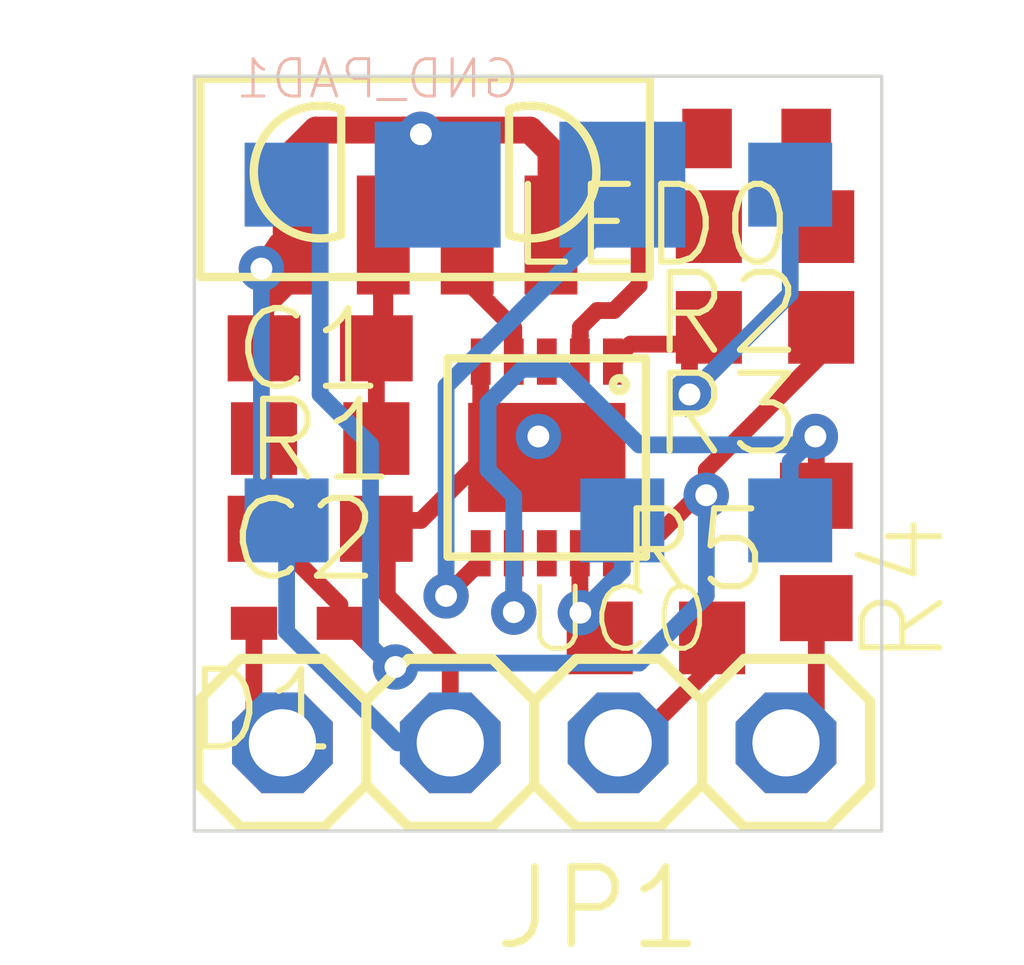
<source format=kicad_pcb>
(kicad_pcb (version 20241229) (generator "pcbnew") (generator_version "9.0")
  (layers (0 "F.Cu" signal) (2 "B.Cu" signal) (13 "F.Paste" user) (15 "B.Paste" user) (5 "F.SilkS" user "F.Silkscreen") (7 "B.SilkS" user "B.Silkscreen") (1 "F.Mask" user) (3 "B.Mask" user) (25 "Edge.Cuts" user))
  (net 0 "")
  (net 1 "GND")
  (net 2 "VCC")
  (net 3 "RESET")
  (net 4 "N$3")
  (net 5 "N$6")
  (net 6 "SCK")
  (net 7 "VCC_IN")
  (net 8 "START_SIGNAL")
  (net 9 "N$1")
  (net 10 "MOSI")
  (net 11 "IR")
  (net 12 "KILL_SWITCH")
  (net 13 "MISO")
  (footprint "Schematic_start_module_sumo_IR_V0_16 v1:DFN10" (layer "F.Cu") (at 148.63435 105.0622 180)
    (property "Reference" "UC0" (at -2.54 -1.905 0) (layer "F.SilkS") (effects (font (size 0.941222 0.941222) (thickness 0.074778)) (justify right top)))
    (property "Value" "ATTINY13A")
    (fp_line (start 1.5 1.5) (end -1.5 1.5) (stroke (width 0.127)) (layer "F.SilkS"))
    (fp_line (start 1.5 -1.5) (end 1.5 1.5) (stroke (width 0.127)) (layer "F.SilkS"))
    (fp_line (start -1.5 1.5) (end -1.5 -1.5) (stroke (width 0.127)) (layer "F.SilkS"))
    (fp_line (start -1.5 -1.5) (end 1.5 -1.5) (stroke (width 0.127)) (layer "F.SilkS"))
    (fp_circle (center -1.1 1.1) (end -1 1.1) (stroke (width 0.127)) (fill no) (layer "F.SilkS"))
    (pad "1" smd rect (at -1 1.45 270) (size 0.7 0.3) (layers "F.Cu" "F.Mask" "F.Paste") (net 3 "RESET"))
    (pad "2" smd rect (at -0.5 1.45 270) (size 0.7 0.3) (layers "F.Cu" "F.Mask" "F.Paste") (net 9 "N$1"))
    (pad "3" smd rect (at 0 1.45 270) (size 0.7 0.3) (layers "F.Cu" "F.Mask" "F.Paste"))
    (pad "4" smd rect (at 0.5 1.45 270) (size 0.7 0.3) (layers "F.Cu" "F.Mask" "F.Paste") (net 11 "IR"))
    (pad "5" smd rect (at 1 1.45 270) (size 0.7 0.3) (layers "F.Cu" "F.Mask" "F.Paste") (net 1 "GND"))
    (pad "6" smd rect (at 1 -1.45 270) (size 0.7 0.3) (layers "F.Cu" "F.Mask" "F.Paste") (net 10 "MOSI"))
    (pad "7" smd rect (at 0.5 -1.45 270) (size 0.7 0.3) (layers "F.Cu" "F.Mask" "F.Paste") (net 13 "MISO"))
    (pad "8" smd rect (at 0 -1.45 270) (size 0.7 0.3) (layers "F.Cu" "F.Mask" "F.Paste"))
    (pad "9" smd rect (at -0.5 -1.45 270) (size 0.7 0.3) (layers "F.Cu" "F.Mask" "F.Paste") (net 6 "SCK"))
    (pad "10" smd rect (at -1 -1.45 270) (size 0.7 0.3) (layers "F.Cu" "F.Mask" "F.Paste") (net 2 "VCC"))
    (pad "PAD" smd rect (at 0 0 270) (size 1.65 2.38) (layers "F.Cu" "F.Mask" "F.Paste") (net 1 "GND"))
  )
  (footprint "Schematic_start_module_sumo_IR_V0_16 v1:SOD523" (layer "F.Cu") (at 144.90335 107.5716 180)
    (property "Reference" "D1" (at -0.635 -0.635 0) (layer "F.SilkS") (effects (font (size 1.176528 1.176528) (thickness 0.093472)) (justify right top)))
    (property "Value" "")
    (pad "A" smd rect (at 0.7 0 180) (size 0.7 0.5) (layers "F.Cu" "F.Mask" "F.Paste") (net 7 "VCC_IN"))
    (pad "C" smd rect (at -0.6 0 180) (size 0.7 0.5) (layers "F.Cu" "F.Mask" "F.Paste") (net 2 "VCC"))
  )
  (footprint "Schematic_start_module_sumo_IR_V0_16 v1:R0603" (layer "F.Cu") (at 151.93635 103.0936 180)
    (property "Reference" "R3" (at -0.635 -0.635 0) (layer "F.SilkS") (effects (font (size 1.176528 1.176528) (thickness 0.093472)) (justify right top)))
    (property "Value" "1K")
    (pad "1" smd rect (at -0.85 0 180) (size 1 1.1) (layers "F.Cu" "F.Mask" "F.Paste") (net 2 "VCC"))
    (pad "2" smd rect (at 0.85 0 180) (size 1 1.1) (layers "F.Cu" "F.Mask" "F.Paste") (net 3 "RESET"))
  )
  (footprint "Schematic_start_module_sumo_IR_V0_16 v1:0603_SMALL" (layer "F.Cu") (at 151.80935 100.2361 180)
    (property "Reference" "LED0" (at -0.635 -0.635 0) (layer "F.SilkS") (effects (font (size 1.176528 1.176528) (thickness 0.093472)) (justify right top)))
    (property "Value" "")
    (pad "1" smd rect (at -0.75 0 180) (size 0.75 0.9) (layers "F.Cu" "F.Mask" "F.Paste") (net 4 "N$3"))
    (pad "2" smd rect (at 0.75 0 180) (size 0.75 0.9) (layers "F.Cu" "F.Mask" "F.Paste") (net 1 "GND"))
  )
  (footprint "Schematic_start_module_sumo_IR_V0_16 v1:TSOP77338" (layer "F.Cu") (at 146.79285 102.3316)
    (property "Reference" "IR1" (hide yes))
    (property "Value" "TSOP77338TS" (hide yes))
    (fp_line (start -3.4 -3) (end -3.4 0) (stroke (width 0.127)) (layer "F.SilkS"))
    (fp_line (start -3.4 0) (end 3.4 0) (stroke (width 0.127)) (layer "F.SilkS"))
    (fp_line (start -1.27 -0.635) (end -1.27 -2.54) (stroke (width 0.127)) (layer "F.SilkS"))
    (fp_line (start 1.27 -0.635) (end 1.27 -2.54) (stroke (width 0.127)) (layer "F.SilkS"))
    (fp_line (start 3.4 -3) (end -3.4 -3) (stroke (width 0.127)) (layer "F.SilkS"))
    (fp_line (start 3.4 0) (end 3.4 -3) (stroke (width 0.127)) (layer "F.SilkS"))
    (fp_arc (start -1.27 -0.635) (mid -2.591523 -1.5875) (end -1.27 -2.54) (stroke (width 0.127)) (layer "F.SilkS"))
    (fp_arc (start 1.27 -2.54) (mid 2.591523 -1.5875) (end 1.27 -0.635) (stroke (width 0.127)) (layer "F.SilkS"))
    (pad "1" smd rect (at -1.905 -0.635 90) (size 1.8 0.8) (layers "F.Cu" "F.Mask" "F.Paste") (net 1 "GND"))
    (pad "2" smd rect (at -0.633 -0.635 90) (size 1.8 0.8) (layers "F.Cu" "F.Mask" "F.Paste") (net 5 "N$6"))
    (pad "3" smd rect (at 0.637 -0.635 90) (size 1.8 0.8) (layers "F.Cu" "F.Mask" "F.Paste") (net 11 "IR"))
    (pad "4" smd rect (at 1.905 -0.635 90) (size 1.8 0.8) (layers "F.Cu" "F.Mask" "F.Paste") (net 1 "GND"))
  )
  (footprint "Schematic_start_module_sumo_IR_V0_16 v1:1X01" (layer "F.Cu") (at 152.25385 109.3801)
    (property "Reference" "KILL_SWITCH0" (hide yes))
    (property "Value" "")
    (fp_line (start -1.27 -0.635) (end -1.27 0.635) (stroke (width 0.1524)) (layer "F.SilkS"))
    (fp_line (start -1.27 0.635) (end -0.635 1.27) (stroke (width 0.1524)) (layer "F.SilkS"))
    (fp_line (start -0.635 -1.27) (end -1.27 -0.635) (stroke (width 0.1524)) (layer "F.SilkS"))
    (fp_line (start -0.635 -1.27) (end 0.635 -1.27) (stroke (width 0.1524)) (layer "F.SilkS"))
    (fp_line (start 0.635 -1.27) (end 1.27 -0.635) (stroke (width 0.1524)) (layer "F.SilkS"))
    (fp_line (start 0.635 1.27) (end -0.635 1.27) (stroke (width 0.1524)) (layer "F.SilkS"))
    (fp_line (start 1.27 -0.635) (end 1.27 0.635) (stroke (width 0.1524)) (layer "F.SilkS"))
    (fp_line (start 1.27 0.635) (end 0.635 1.27) (stroke (width 0.1524)) (layer "F.SilkS"))
    (pad "1" thru_hole roundrect (at 0 0) (size 1.524 1.524) (drill 1.016) (layers "*.Cu" "*.Mask") (chamfer_ratio 0.2928932188) (chamfer top_left top_right bottom_left bottom_right) (net 12 "KILL_SWITCH"))
  )
  (footprint "Schematic_start_module_sumo_IR_V0_16 v1:R0603" (layer "F.Cu") (at 152.71215 106.4921 -90)
    (property "Reference" "R4" (at -0.635 -0.635 90) (layer "F.SilkS") (effects (font (size 1.176528 1.176528) (thickness 0.093472)) (justify right top)))
    (property "Value" "1KOhm")
    (pad "1" smd rect (at -0.85 0 270) (size 1 1.1) (layers "F.Cu" "F.Mask" "F.Paste") (net 13 "MISO"))
    (pad "2" smd rect (at 0.85 0 270) (size 1 1.1) (layers "F.Cu" "F.Mask" "F.Paste") (net 12 "KILL_SWITCH"))
  )
  (footprint "Schematic_start_module_sumo_IR_V0_16 v1:C0603" (layer "F.Cu") (at 145.20535 106.1416)
    (property "Reference" "C2" (at -1.45535 0.8584 0) (layer "F.SilkS") (effects (font (size 1.176528 1.176528) (thickness 0.093472)) (justify left bottom)))
    (property "Value" "1uf")
    (pad "1" smd rect (at -0.85 0) (size 1.1 1) (layers "F.Cu" "F.Mask" "F.Paste") (net 2 "VCC"))
    (pad "2" smd rect (at 0.85 0) (size 1.1 1) (layers "F.Cu" "F.Mask" "F.Paste") (net 1 "GND"))
  )
  (footprint "Schematic_start_module_sumo_IR_V0_16 v1:R0603" (layer "F.Cu") (at 145.20535 104.7763)
    (property "Reference" "R1" (at -1.20535 0.7237 0) (layer "F.SilkS") (effects (font (size 1.176528 1.176528) (thickness 0.093472)) (justify left bottom)))
    (property "Value" "100Ohm")
    (pad "1" smd rect (at -0.85 0) (size 1 1.1) (layers "F.Cu" "F.Mask" "F.Paste") (net 2 "VCC"))
    (pad "2" smd rect (at 0.85 0) (size 1 1.1) (layers "F.Cu" "F.Mask" "F.Paste") (net 5 "N$6"))
  )
  (footprint "Schematic_start_module_sumo_IR_V0_16 v1:R0603" (layer "F.Cu") (at 151.93635 101.5696 180)
    (property "Reference" "R2" (at -0.635 -0.635 0) (layer "F.SilkS") (effects (font (size 1.176528 1.176528) (thickness 0.093472)) (justify right top)))
    (property "Value" "470")
    (pad "1" smd rect (at -0.85 0 180) (size 1 1.1) (layers "F.Cu" "F.Mask" "F.Paste") (net 4 "N$3"))
    (pad "2" smd rect (at 0.85 0 180) (size 1 1.1) (layers "F.Cu" "F.Mask" "F.Paste") (net 9 "N$1"))
  )
  (footprint "Schematic_start_module_sumo_IR_V0_16 v1:C0603" (layer "F.Cu") (at 145.20535 103.4111 180)
    (property "Reference" "C1" (at -1.04465 0.6611 0) (layer "F.SilkS") (effects (font (size 1.176528 1.176528) (thickness 0.093472)) (justify right top)))
    (property "Value" "100nF")
    (pad "1" smd rect (at -0.85 0 180) (size 1.1 1) (layers "F.Cu" "F.Mask" "F.Paste") (net 5 "N$6"))
    (pad "2" smd rect (at 0.85 0 180) (size 1.1 1) (layers "F.Cu" "F.Mask" "F.Paste") (net 1 "GND"))
  )
  (footprint "Schematic_start_module_sumo_IR_V0_16 v1:1X3" (layer "F.Cu") (at 147.17385 109.3801 180)
    (property "Reference" "JP1" (at -3.8862 -1.8288 0) (layer "F.SilkS") (effects (font (size 1.1557 1.1557) (thickness 0.1143)) (justify right top)))
    (property "Value" "")
    (fp_line (start 3.81 0.635) (end 3.175 1.27) (stroke (width 0.1524)) (layer "F.SilkS"))
    (fp_line (start 3.81 -0.635) (end 3.81 0.635) (stroke (width 0.1524)) (layer "F.SilkS"))
    (fp_line (start 3.175 1.27) (end 1.905 1.27) (stroke (width 0.1524)) (layer "F.SilkS"))
    (fp_line (start 3.175 -1.27) (end 3.81 -0.635) (stroke (width 0.1524)) (layer "F.SilkS"))
    (fp_line (start 1.905 1.27) (end 1.27 0.635) (stroke (width 0.1524)) (layer "F.SilkS"))
    (fp_line (start 1.905 -1.27) (end 3.175 -1.27) (stroke (width 0.1524)) (layer "F.SilkS"))
    (fp_line (start 1.27 0.635) (end 0.635 1.27) (stroke (width 0.1524)) (layer "F.SilkS"))
    (fp_line (start 1.27 -0.635) (end 1.905 -1.27) (stroke (width 0.1524)) (layer "F.SilkS"))
    (fp_line (start 1.27 -0.635) (end 1.27 0.635) (stroke (width 0.1524)) (layer "F.SilkS"))
    (fp_line (start 0.635 1.27) (end -0.635 1.27) (stroke (width 0.1524)) (layer "F.SilkS"))
    (fp_line (start 0.635 -1.27) (end 1.27 -0.635) (stroke (width 0.1524)) (layer "F.SilkS"))
    (fp_line (start -0.635 1.27) (end -1.27 0.635) (stroke (width 0.1524)) (layer "F.SilkS"))
    (fp_line (start -0.635 -1.27) (end 0.635 -1.27) (stroke (width 0.1524)) (layer "F.SilkS"))
    (fp_line (start -1.27 0.635) (end -1.905 1.27) (stroke (width 0.1524)) (layer "F.SilkS"))
    (fp_line (start -1.27 -0.635) (end -0.635 -1.27) (stroke (width 0.1524)) (layer "F.SilkS"))
    (fp_line (start -1.27 -0.635) (end -1.27 0.635) (stroke (width 0.1524)) (layer "F.SilkS"))
    (fp_line (start -1.905 1.27) (end -3.175 1.27) (stroke (width 0.1524)) (layer "F.SilkS"))
    (fp_line (start -1.905 -1.27) (end -1.27 -0.635) (stroke (width 0.1524)) (layer "F.SilkS"))
    (fp_line (start -3.175 -1.27) (end -1.905 -1.27) (stroke (width 0.1524)) (layer "F.SilkS"))
    (fp_line (start -3.175 -1.27) (end -3.81 -0.635) (stroke (width 0.1524)) (layer "F.SilkS"))
    (fp_line (start -3.81 0.635) (end -3.175 1.27) (stroke (width 0.1524)) (layer "F.SilkS"))
    (fp_line (start -3.81 -0.635) (end -3.81 0.635) (stroke (width 0.1524)) (layer "F.SilkS"))
    (pad "1" thru_hole roundrect (at -2.54 0 270) (size 1.524 1.524) (drill 1.016) (layers "*.Cu" "*.Mask") (chamfer_ratio 0.2928932188) (chamfer top_left top_right bottom_left bottom_right) (net 8 "START_SIGNAL"))
    (pad "2" thru_hole roundrect (at 0 0 270) (size 1.524 1.524) (drill 1.016) (layers "*.Cu" "*.Mask") (chamfer_ratio 0.2928932188) (chamfer top_left top_right bottom_left bottom_right) (net 1 "GND"))
    (pad "3" thru_hole roundrect (at 2.54 0 270) (size 1.524 1.524) (drill 1.016) (layers "*.Cu" "*.Mask") (chamfer_ratio 0.2928932188) (chamfer top_left top_right bottom_left bottom_right) (net 7 "VCC_IN"))
  )
  (footprint "Schematic_start_module_sumo_IR_V0_16 v1:R0603" (layer "F.Cu") (at 150.28535 107.7926)
    (property "Reference" "R5" (at -0.635 -0.635 0) (layer "F.SilkS") (effects (font (size 1.176528 1.176528) (thickness 0.093472)) (justify left bottom)))
    (property "Value" "1KOhm")
    (pad "1" smd rect (at -0.85 0) (size 1 1.1) (layers "F.Cu" "F.Mask" "F.Paste") (net 6 "SCK"))
    (pad "2" smd rect (at 0.85 0) (size 1 1.1) (layers "F.Cu" "F.Mask" "F.Paste") (net 8 "START_SIGNAL"))
  )
  (footprint "Schematic_start_module_sumo_IR_V0_16 v1:PAD_50X50" (layer "B.Cu") (at 144.69735 106.0146 180)
    (property "Reference" "GND_PAD0" (hide yes))
    (property "Value" "" (hide yes))
    (pad "P$1" smd rect (at 0 0 180) (size 1.27 1.27) (layers "B.Cu" "B.Mask" "B.Paste") (net 1 "GND"))
  )
  (footprint "Schematic_start_module_sumo_IR_V0_16 v1:PAD_50X50" (layer "B.Cu") (at 144.69735 100.9346 180)
    (property "Reference" "VCC_PAD0" (hide yes))
    (property "Value" "" (hide yes))
    (pad "P$1" smd rect (at 0 0 180) (size 1.27 1.27) (layers "B.Cu" "B.Mask" "B.Paste") (net 2 "VCC"))
  )
  (footprint "Schematic_start_module_sumo_IR_V0_16 v1:PAD_50X50" (layer "B.Cu") (at 152.31735 100.9346 180)
    (property "Reference" "RESET_PAD0" (hide yes))
    (property "Value" "" (hide yes))
    (pad "P$1" smd rect (at 0 0 180) (size 1.27 1.27) (layers "B.Cu" "B.Mask" "B.Paste") (net 3 "RESET"))
  )
  (footprint "Schematic_start_module_sumo_IR_V0_16 v1:PAD_50X50" (layer "B.Cu") (at 152.31735 106.0146 90)
    (property "Reference" "MISO_PAD0" (hide yes))
    (property "Value" "" (hide yes))
    (pad "P$1" smd rect (at 0 0 90) (size 1.27 1.27) (layers "B.Cu" "B.Mask" "B.Paste") (net 13 "MISO"))
  )
  (footprint "Schematic_start_module_sumo_IR_V0_16 v1:PAD_75X75" (layer "B.Cu") (at 149.77735 100.9346 90)
    (property "Reference" "MOSI_PAD0" (hide yes))
    (property "Value" "mosi" (hide yes))
    (pad "P$1" smd rect (at 0 0 90) (size 1.905 1.905) (layers "B.Cu" "B.Mask" "B.Paste") (net 10 "MOSI"))
  )
  (footprint "Schematic_start_module_sumo_IR_V0_16 v1:PAD_75X75" (layer "B.Cu") (at 146.98335 100.9346 180)
    (property "Reference" "GND_PAD1" (at -1.27 1.27 -0) (layer "B.SilkS") (effects (font (size 0.564733 0.564733) (thickness 0.044867)) (justify left bottom mirror)))
    (property "Value" "" (hide yes))
    (pad "P$1" smd rect (at 0 0 180) (size 1.905 1.905) (layers "B.Cu" "B.Mask" "B.Paste") (net 1 "GND"))
  )
  (footprint "Schematic_start_module_sumo_IR_V0_16 v1:PAD_50X50" (layer "B.Cu") (at 149.77735 106.0146)
    (property "Reference" "SCK_PAD0" (hide yes))
    (property "Value" "" (hide yes))
    (pad "P$1" smd rect (at 0 0) (size 1.27 1.27) (layers "B.Cu" "B.Mask" "B.Paste") (net 6 "SCK"))
  )
  (gr_line (start 143.30035 99.2936) (end 143.30035 110.7136) (stroke (width 0.05)) (layer "Edge.Cuts"))
  (gr_line (start 143.30035 110.7136) (end 153.70185 110.7136) (stroke (width 0.05)) (layer "Edge.Cuts"))
  (gr_line (start 153.70185 110.7136) (end 153.70185 99.2936) (stroke (width 0.05)) (layer "Edge.Cuts"))
  (gr_line (start 153.70185 99.2936) (end 143.30035 99.2936) (stroke (width 0.05)) (layer "Edge.Cuts"))
  (segment (start 146.22135 106.3076) (end 146.05535 106.1416) (width 0.254) (layer "F.Cu") (net 1))
  (segment (start 148.38035 100.1091) (end 148.69785 100.4266) (width 0.4064) (layer "F.Cu") (net 1))
  (segment (start 150.15835 100.2361) (end 151.05935 100.2361) (width 0.3048) (layer "F.Cu") (net 1))
  (segment (start 146.05535 106.1416) (end 146.18235 106.0146) (width 0.254) (layer "F.Cu") (net 1))
  (segment (start 146.66585 100.1091) (end 146.72935 100.1726) (width 0.254) (layer "F.Cu") (net 1))
  (segment (start 146.22135 107.1576) (end 146.22135 106.3076) (width 0.254) (layer "F.Cu") (net 1))
  (segment (start 148.69785 100.4266) (end 148.69785 101.6966) (width 0.4064) (layer "F.Cu") (net 1))
  (segment (start 144.95135 102.2046) (end 144.95135 101.7601) (width 0.3048) (layer "F.Cu") (net 1))
  (segment (start 144.57035 101.8236) (end 144.95135 102.2046) (width 0.3048) (layer "F.Cu") (net 1))
  (segment (start 147.63435 105.1098) (end 147.63435 103.6122) (width 0.254) (layer "F.Cu") (net 1))
  (segment (start 144.95135 101.7601) (end 144.88785 101.6966) (width 0.3048) (layer "F.Cu") (net 1))
  (segment (start 148.72955 105.062) (end 148.63435 105.0622) (width 0.3048) (layer "F.Cu") (net 1))
  (segment (start 147.17385 109.3801) (end 147.17385 108.1101) (width 0.254) (layer "F.Cu") (net 1))
  (segment (start 147.52315 105.2208) (end 147.74535 105.2208) (width 0.254) (layer "F.Cu") (net 1))
  (segment (start 148.41205 105.2208) (end 148.41215 105.2209) (width 0.3048) (layer "F.Cu") (net 1))
  (segment (start 145.14185 100.1091) (end 146.47535 100.1091) (width 0.4064) (layer "F.Cu") (net 1))
  (segment (start 144.31635 102.2046) (end 144.57035 101.8236) (width 0.3048) (layer "F.Cu") (net 1))
  (segment (start 146.47535 100.1091) (end 148.38035 100.1091) (width 0.4064) (layer "F.Cu") (net 1))
  (segment (start 148.41215 105.2209) (end 148.41215 105.6971) (width 0.3048) (layer "F.Cu") (net 1))
  (segment (start 144.88785 101.6966) (end 144.82435 101.6331) (width 0.4064) (layer "F.Cu") (net 1))
  (segment (start 144.35535 102.8006) (end 144.35535 103.4111) (width 0.3048) (layer "F.Cu") (net 1))
  (segment (start 146.72935 106.0146) (end 147.52315 105.2208) (width 0.254) (layer "F.Cu") (net 1))
  (segment (start 147.17385 108.1101) (end 146.22135 107.1576) (width 0.254) (layer "F.Cu") (net 1))
  (segment (start 144.95135 102.2046) (end 144.35535 102.8006) (width 0.3048) (layer "F.Cu") (net 1))
  (segment (start 144.82435 101.6331) (end 144.82435 100.4266) (width 0.4064) (layer "F.Cu") (net 1))
  (segment (start 148.69785 101.6966) (end 150.15835 100.2361) (width 0.3048) (layer "F.Cu") (net 1))
  (segment (start 147.74535 105.2208) (end 148.41205 105.2208) (width 0.254) (layer "F.Cu") (net 1))
  (segment (start 148.41205 105.2208) (end 148.72955 104.9033) (width 0.254) (layer "F.Cu") (net 1))
  (segment (start 146.18235 106.0146) (end 146.72935 106.0146) (width 0.254) (layer "F.Cu") (net 1))
  (segment (start 144.82435 100.4266) (end 145.14185 100.1091) (width 0.4064) (layer "F.Cu") (net 1))
  (segment (start 148.72955 104.9033) (end 148.72955 105.062) (width 0.3048) (layer "F.Cu") (net 1))
  (segment (start 146.47535 100.1091) (end 146.66585 100.1091) (width 0.254) (layer "F.Cu") (net 1))
  (segment (start 147.74535 105.2208) (end 147.63435 105.1098) (width 0.254) (layer "F.Cu") (net 1))
  (via (at 148.50735 104.7446) (size 0.6858) (drill 0.3302) (layers "F.Cu" "B.Cu") (net 1))
  (via (at 146.72935 100.1726) (size 0.6858) (drill 0.3302) (layers "F.Cu" "B.Cu") (net 1))
  (via (at 144.31635 102.2046) (size 0.6858) (drill 0.3302) (layers "F.Cu" "B.Cu") (net 1))
  (segment (start 144.69735 107.69735) (end 144.69735 106.0146) (width 0.254) (layer "B.Cu") (net 1))
  (segment (start 144.31635 106.0146) (end 144.31635 102.2046) (width 0.254) (layer "B.Cu") (net 1))
  (segment (start 146.98335 100.2996) (end 146.98335 100.9346) (width 0.254) (layer "B.Cu") (net 1))
  (segment (start 146.3801 109.3801) (end 144.69735 107.69735) (width 0.254) (layer "B.Cu") (net 1))
  (segment (start 147.17385 109.3801) (end 146.3801 109.3801) (width 0.254) (layer "B.Cu") (net 1))
  (segment (start 144.69735 106.0146) (end 144.31635 106.0146) (width 0.254) (layer "B.Cu") (net 1))
  (segment (start 146.72935 100.1726) (end 146.98335 100.2996) (width 0.254) (layer "B.Cu") (net 1))
  (segment (start 151.04735 105.6336) (end 151.04735 105.2526) (width 0.254) (layer "F.Cu") (net 2))
  (segment (start 145.50335 107.5716) (end 145.50335 107.2896) (width 0.254) (layer "F.Cu") (net 2))
  (segment (start 151.04735 105.6336) (end 150.92035 105.6336) (width 0.254) (layer "F.Cu") (net 2))
  (segment (start 152.78635 103.0936) (end 152.78635 103.3866) (width 0.254) (layer "F.Cu") (net 2))
  (segment (start 145.63035 107.5826) (end 145.50335 107.5716) (width 0.254) (layer "F.Cu") (net 2))
  (segment (start 146.3447 108.232859) (end 146.280609 108.232859) (width 0.254) (layer "F.Cu") (net 2))
  (segment (start 150.92035 105.6336) (end 150.04175 106.5122) (width 0.254) (layer "F.Cu") (net 2))
  (segment (start 144.35535 106.1416) (end 144.35535 104.7763) (width 0.254) (layer "F.Cu") (net 2))
  (segment (start 152.78635 103.0936) (end 152.69835 103.1182) (width 0.254) (layer "F.Cu") (net 2))
  (segment (start 150.04175 106.5122) (end 149.63435 106.5122) (width 0.254) (layer "F.Cu") (net 2))
  (segment (start 149.63435 106.5122) (end 149.91475 106.5122) (width 0.254) (layer "F.Cu") (net 2))
  (segment (start 152.78635 103.5136) (end 152.78635 103.0936) (width 0.254) (layer "F.Cu") (net 2))
  (segment (start 149.63435 106.5122) (end 149.63435 106.7606) (width 0.254) (layer "F.Cu") (net 2))
  (segment (start 145.50335 107.2896) (end 144.35535 106.1416) (width 0.254) (layer "F.Cu") (net 2))
  (segment (start 146.280609 108.232859) (end 145.63035 107.5826) (width 0.254) (layer "F.Cu") (net 2))
  (segment (start 151.04735 105.2526) (end 152.78635 103.5136) (width 0.254) (layer "F.Cu") (net 2))
  (via (at 146.3447 108.232859) (size 0.6858) (drill 0.3302) (layers "F.Cu" "B.Cu") (net 2))
  (via (at 151.04735 105.6336) (size 0.6858) (drill 0.3302) (layers "F.Cu" "B.Cu") (net 2))
  (segment (start 145.96735 107.9196) (end 145.96735 104.8716) (width 0.254) (layer "B.Cu") (net 2))
  (segment (start 150.03135 108.1736) (end 151.04735 107.1576) (width 0.254) (layer "B.Cu") (net 2))
  (segment (start 146.403959 108.1736) (end 150.03135 108.1736) (width 0.254) (layer "B.Cu") (net 2))
  (segment (start 145.20535 101.1886) (end 144.69735 100.9346) (width 0.254) (layer "B.Cu") (net 2))
  (segment (start 145.20535 104.1096) (end 145.20535 101.1886) (width 0.254) (layer "B.Cu") (net 2))
  (segment (start 146.3447 108.232859) (end 146.280609 108.232859) (width 0.254) (layer "B.Cu") (net 2))
  (segment (start 146.3447 108.232859) (end 146.403959 108.1736) (width 0.254) (layer "B.Cu") (net 2))
  (segment (start 145.96735 104.8716) (end 145.20535 104.1096) (width 0.254) (layer "B.Cu") (net 2))
  (segment (start 151.04735 107.1576) (end 151.04735 105.6336) (width 0.254) (layer "B.Cu") (net 2))
  (segment (start 146.280609 108.232859) (end 145.96735 107.9196) (width 0.254) (layer "B.Cu") (net 2))
  (segment (start 151.08635 103.0936) (end 150.95935 102.9666) (width 0.254) (layer "F.Cu") (net 3))
  (segment (start 150.76895 103.3476) (end 151.08635 103.0936) (width 0.254) (layer "F.Cu") (net 3))
  (segment (start 149.89895 103.3476) (end 150.76895 103.3476) (width 0.254) (layer "F.Cu") (net 3))
  (segment (start 150.95935 102.9666) (end 150.79335 103.1326) (width 0.254) (layer "F.Cu") (net 3))
  (segment (start 150.79335 103.1326) (end 150.79335 104.1096) (width 0.254) (layer "F.Cu") (net 3))
  (segment (start 149.63435 103.6122) (end 149.89895 103.3476) (width 0.254) (layer "F.Cu") (net 3))
  (via (at 150.79335 104.1096) (size 0.6858) (drill 0.3302) (layers "F.Cu" "B.Cu") (net 3))
  (segment (start 150.79335 104.1096) (end 152.31735 102.5856) (width 0.254) (layer "B.Cu") (net 3))
  (segment (start 152.31735 102.5856) (end 152.31735 100.9346) (width 0.254) (layer "B.Cu") (net 3))
  (segment (start 152.78635 101.5696) (end 152.38085 101.291) (width 0.254) (layer "F.Cu") (net 4))
  (segment (start 152.55935 101.1125) (end 152.55935 100.2361) (width 0.3048) (layer "F.Cu") (net 4))
  (segment (start 152.38085 101.291) (end 152.55935 101.1125) (width 0.3048) (layer "F.Cu") (net 4))
  (segment (start 145.87215 103.2523) (end 146.03095 103.4111) (width 0.254) (layer "F.Cu") (net 5))
  (segment (start 146.15785 102.9666) (end 146.15785 103.2841) (width 0.254) (layer "F.Cu") (net 5))
  (segment (start 146.15785 101.6986) (end 146.15985 101.6966) (width 0.254) (layer "F.Cu") (net 5))
  (segment (start 146.15785 102.9666) (end 146.15785 101.6986) (width 0.3048) (layer "F.Cu") (net 5))
  (segment (start 146.03095 103.4111) (end 146.05535 103.4111) (width 0.254) (layer "F.Cu") (net 5))
  (segment (start 146.05535 103.4111) (end 146.05535 104.7763) (width 0.254) (layer "F.Cu") (net 5))
  (segment (start 145.87215 103.2523) (end 146.15785 102.9666) (width 0.254) (layer "F.Cu") (net 5))
  (segment (start 145.73785 103.3866) (end 145.87215 103.2523) (width 0.254) (layer "F.Cu") (net 5))
  (segment (start 149.13435 106.9116) (end 149.13435 106.5122) (width 0.254) (layer "F.Cu") (net 6))
  (segment (start 149.43535 107.7046) (end 149.14235 107.4116) (width 0.254) (layer "F.Cu") (net 6))
  (segment (start 149.14235 107.4116) (end 149.13435 106.9116) (width 0.254) (layer "F.Cu") (net 6))
  (segment (start 149.14235 107.4116) (end 149.26935 107.2846) (width 0.254) (layer "F.Cu") (net 6))
  (segment (start 149.43535 107.7926) (end 149.43535 107.7046) (width 0.254) (layer "F.Cu") (net 6))
  (via (at 149.14235 107.4116) (size 0.6858) (drill 0.3302) (layers "F.Cu" "B.Cu") (net 6))
  (segment (start 149.14235 107.4116) (end 149.77735 106.7766) (width 0.254) (layer "B.Cu") (net 6))
  (segment (start 149.77735 106.7766) (end 149.77735 106.0146) (width 0.254) (layer "B.Cu") (net 6))
  (segment (start 144.20335 108.9496) (end 144.20335 107.5716) (width 0.254) (layer "F.Cu") (net 7))
  (segment (start 144.63385 109.3801) (end 144.20335 108.9496) (width 0.254) (layer "F.Cu") (net 7))
  (segment (start 151.13535 108.2126) (end 151.13535 107.7926) (width 0.254) (layer "F.Cu") (net 8))
  (segment (start 149.96785 109.3801) (end 151.13535 108.2126) (width 0.254) (layer "F.Cu") (net 8))
  (segment (start 149.71385 109.3801) (end 149.96785 109.3801) (width 0.254) (layer "F.Cu") (net 8))
  (segment (start 150.03135 101.8236) (end 150.31705 101.5379) (width 0.254) (layer "F.Cu") (net 9))
  (segment (start 151.08635 101.5696) (end 150.89585 101.4426) (width 0.254) (layer "F.Cu") (net 9))
  (segment (start 150.03135 102.4586) (end 150.03135 101.8236) (width 0.254) (layer "F.Cu") (net 9))
  (segment (start 150.31705 101.5379) (end 151.08635 101.5696) (width 0.254) (layer "F.Cu") (net 9))
  (segment (start 151.08635 101.5696) (end 150.99115 101.6258) (width 0.254) (layer "F.Cu") (net 9))
  (segment (start 150.89585 101.4426) (end 150.89585 101.4671) (width 0.254) (layer "F.Cu") (net 9))
  (segment (start 149.14235 103.0936) (end 149.39635 102.8396) (width 0.254) (layer "F.Cu") (net 9))
  (segment (start 149.13435 103.2286) (end 149.14235 103.2206) (width 0.254) (layer "F.Cu") (net 9))
  (segment (start 149.14235 103.2206) (end 149.14235 103.0936) (width 0.254) (layer "F.Cu") (net 9))
  (segment (start 149.65035 102.8396) (end 150.03135 102.4586) (width 0.254) (layer "F.Cu") (net 9))
  (segment (start 149.13435 103.6122) (end 149.13435 103.2286) (width 0.254) (layer "F.Cu") (net 9))
  (segment (start 149.39635 102.8396) (end 149.65035 102.8396) (width 0.254) (layer "F.Cu") (net 9))
  (segment (start 147.63435 106.6336) (end 147.11035 107.1576) (width 0.254) (layer "F.Cu") (net 10))
  (segment (start 147.63435 106.5122) (end 147.63435 106.6336) (width 0.254) (layer "F.Cu") (net 10))
  (via (at 147.11035 107.1576) (size 0.6858) (drill 0.3302) (layers "F.Cu" "B.Cu") (net 10))
  (segment (start 147.11035 103.9826) (end 149.65035 101.4426) (width 0.254) (layer "B.Cu") (net 10))
  (segment (start 147.11035 107.1576) (end 147.11035 103.9826) (width 0.254) (layer "B.Cu") (net 10))
  (segment (start 149.65035 101.4426) (end 149.77735 100.9346) (width 0.254) (layer "B.Cu") (net 10))
  (segment (start 147.42985 102.3971) (end 147.42985 101.6966) (width 0.254) (layer "F.Cu") (net 11))
  (segment (start 148.13435 103.1016) (end 147.42985 102.3971) (width 0.254) (layer "F.Cu") (net 11))
  (segment (start 148.13435 103.6122) (end 148.13435 103.1016) (width 0.254) (layer "F.Cu") (net 11))
  (segment (start 147.42985 101.6966) (end 147.42785 101.6986) (width 0.254) (layer "F.Cu") (net 11))
  (segment (start 152.25385 109.3801) (end 152.71215 108.9218) (width 0.254) (layer "F.Cu") (net 12))
  (segment (start 152.71215 108.9218) (end 152.71215 107.3421) (width 0.254) (layer "F.Cu") (net 12))
  (segment (start 152.71215 104.7584) (end 152.71215 105.6421) (width 0.254) (layer "F.Cu") (net 13))
  (segment (start 148.13435 107.4036) (end 148.12635 107.4116) (width 0.254) (layer "F.Cu") (net 13))
  (segment (start 152.69835 104.7446) (end 152.71215 104.7584) (width 0.254) (layer "F.Cu") (net 13))
  (segment (start 148.13435 106.5122) (end 148.13435 107.4036) (width 0.254) (layer "F.Cu") (net 13))
  (via (at 148.13435 107.4036) (size 0.6858) (drill 0.3302) (layers "F.Cu" "B.Cu") (net 13))
  (via (at 152.69835 104.7446) (size 0.6858) (drill 0.3302) (layers "F.Cu" "B.Cu") (net 13))
  (segment (start 148.13435 107.4036) (end 148.13435 105.6416) (width 0.254) (layer "B.Cu") (net 13))
  (segment (start 147.74535 104.2366) (end 148.25335 103.7286) (width 0.254) (layer "B.Cu") (net 13))
  (segment (start 152.31735 105.1256) (end 152.31735 106.0146) (width 0.254) (layer "B.Cu") (net 13))
  (segment (start 148.13435 105.6416) (end 147.74535 105.2526) (width 0.254) (layer "B.Cu") (net 13))
  (segment (start 148.25335 103.7286) (end 148.88835 103.7286) (width 0.254) (layer "B.Cu") (net 13))
  (segment (start 152.57135 104.8716) (end 152.69835 104.7446) (width 0.254) (layer "B.Cu") (net 13))
  (segment (start 148.88835 103.7286) (end 150.03135 104.8716) (width 0.254) (layer "B.Cu") (net 13))
  (segment (start 150.03135 104.8716) (end 152.57135 104.8716) (width 0.254) (layer "B.Cu") (net 13))
  (segment (start 147.74535 105.2526) (end 147.74535 104.2366) (width 0.254) (layer "B.Cu") (net 13))
  (segment (start 152.69835 104.7446) (end 152.31735 105.1256) (width 0.254) (layer "B.Cu") (net 13))
)
</source>
